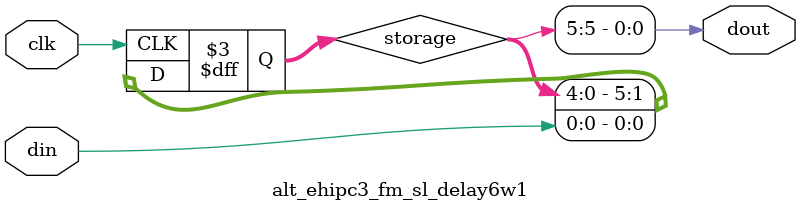
<source format=v>



`timescale 1ps/1ps


module alt_ehipc3_fm_sl_delay6w1 #(
    parameter SIM_EMULATE = 1'b0
) (
    input clk,
    input [0:0] din,
    output [0:0] dout
);

localparam WIDTH = 1;
localparam LATENCY = 6;

reg [WIDTH*LATENCY-1:0] storage = {(WIDTH*LATENCY){1'b0}} /* synthesis preserve */;
always @(posedge clk) begin
	storage <= {storage [WIDTH*(LATENCY-1)-1:0],din};
end
assign dout = storage [WIDTH*LATENCY-1:WIDTH*(LATENCY-1)];
endmodule
`ifdef QUESTA_INTEL_OEM
`pragma questa_oem_00 "iNcmQeM5R+2wXyQcrIvK9Aed2O3DNv4QGFTpmcaGURS3nf96+gCegtWg50e6rleWE64VT4+790Ghs95mog/VHoEYybDIGn5EoWfqpEPzBOW06ogVsMbRm79acU6L09a0INNw7swJhWgHQdzl07TrCbOuFN5j/YV4soVomm30RbpyPicKqaC/jMGdl00awWTRKYI/LlUWB2031x5qz4fwVbhj6DvZKYVLlQLmylj6M7s3kSRWxG8hc4XDa8HBcRcTVIuOJTRnxatWMHLlmE4EagLslK2ASlXLc30AcNlAMuvrC8L0eSjRnPuzOUwR/sJL6C4IJYVKq6Lo8ouHwyKBZWfXmNMiVEwt+wEKk7V4K2Qjnu1mTaV2rCu9CeVFoGf0GAwU7nM9d1sZDMMHp1gunwyTtj1SwW3ECf/tITq19a/wfuDJQvedQ3vNAC0wv4DhDTE01xO82cpgQAU5EdHZGHjL2NlpIkARQvoYzY5kf00LDUv27JcnDrrL1L2FtH8ZoS98OUOkiAijcuq+/B4kZI6xb8abkF87onvTesmWVNIKvJ/nLWj2Y32Q2y8seoWtBDjmZzluiq8gIu6gcL5INHGHyyDl0a9tRLRyNfgWYQ6GlvnFizRcJ7CsMOU7CiAiIlwELKq8GAnB1tNLZd6w61Yt9SFJ0u+OCfjpQ+y+bwTUQfDkVFm4eU2zsTYxdc77UtEH/JOsL9+nx9BcUryV94wpsVCuhZUXiRJpVX25YsTiV+yVnMY+x54OnxQnGtpc3eUPOqh5+gAJjaTMoRAoOAawVprBWqxc+HVOiYr9qezCEVb2TIc+ku5Fm7e3tUu6FkSPg5upJX+G40QvrJ6rLQci3GUPtJ+EpgDlebl53J6rewR9bCwDQiW6AsS1diTgNE0W5Nn9n2DsF4G8wMUaIUrplalPEte9kjkFPTJ5pf1oYwkVCqOH7rTOIjpsEzWn4k6rvKeBVvrMHDDRprzlTmKggIAYxpQLerTrFZGdLfdtL1KxoyNDOaxw74jhDvxO"
`endif
</source>
